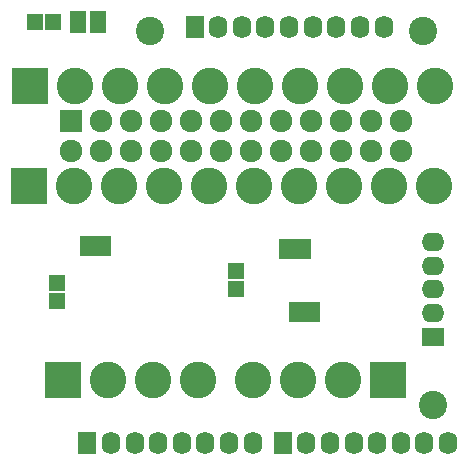
<source format=gts>
%TF.GenerationSoftware,KiCad,Pcbnew,no-vcs-found-f685cfa~60~ubuntu16.04.1*%
%TF.CreationDate,2017-10-11T22:15:00+02:00*%
%TF.ProjectId,usb_alien,7573625F616C69656E2E6B696361645F,rev?*%
%TF.SameCoordinates,Original*%
%TF.FileFunction,Soldermask,Top*%
%TF.FilePolarity,Negative*%
%FSLAX46Y46*%
G04 Gerber Fmt 4.6, Leading zero omitted, Abs format (unit mm)*
G04 Created by KiCad (PCBNEW no-vcs-found-f685cfa~60~ubuntu16.04.1) date Wed Oct 11 22:15:00 2017*
%MOMM*%
%LPD*%
G01*
G04 APERTURE LIST*
%ADD10C,3.100000*%
%ADD11R,3.100000X3.100000*%
%ADD12R,1.370000X1.670000*%
%ADD13R,1.466800X1.314400*%
%ADD14R,1.924000X1.924000*%
%ADD15C,1.924000*%
%ADD16R,1.466800X1.974800*%
%ADD17O,1.600000X1.924000*%
%ADD18R,1.600000X1.924000*%
%ADD19O,1.924000X1.600000*%
%ADD20R,1.924000X1.600000*%
%ADD21C,2.400000*%
%ADD22R,1.314400X1.466800*%
G04 APERTURE END LIST*
D10*
%TO.C,P2*%
X145567400Y-102831900D03*
X149377400Y-102831900D03*
X153187400Y-102831900D03*
D11*
X156997400Y-102831900D03*
%TD*%
D12*
%TO.C,J5*%
X131605100Y-91554300D03*
X132885100Y-91554300D03*
%TD*%
%TO.C,J4*%
X149308900Y-97091500D03*
X150588900Y-97091500D03*
%TD*%
%TO.C,J3*%
X148496100Y-91795600D03*
X149776100Y-91795600D03*
%TD*%
D13*
%TO.C,C2*%
X128993900Y-94640400D03*
X128993900Y-96164400D03*
%TD*%
%TO.C,C1*%
X144106900Y-95135700D03*
X144106900Y-93611700D03*
%TD*%
D11*
%TO.C,P1*%
X129476500Y-102831900D03*
D10*
X133286500Y-102831900D03*
X137096500Y-102831900D03*
X140906500Y-102831900D03*
%TD*%
D14*
%TO.C,J2*%
X130162300Y-80937100D03*
D15*
X130162300Y-83477100D03*
X132702300Y-80937100D03*
X132702300Y-83477100D03*
X135242300Y-80937100D03*
X135242300Y-83477100D03*
X137782300Y-80937100D03*
X137782300Y-83477100D03*
X140322300Y-80937100D03*
X140322300Y-83477100D03*
X142862300Y-80937100D03*
X142862300Y-83477100D03*
X145402300Y-80937100D03*
X145402300Y-83477100D03*
X147942300Y-80937100D03*
X147942300Y-83477100D03*
X150482300Y-80937100D03*
X150482300Y-83477100D03*
X153022300Y-80937100D03*
X153022300Y-83477100D03*
X155562300Y-80937100D03*
X155562300Y-83477100D03*
X158102300Y-80937100D03*
X158102300Y-83477100D03*
%TD*%
D10*
%TO.C,P4*%
X160947100Y-86410800D03*
X157137100Y-86410800D03*
X153327100Y-86410800D03*
X149517100Y-86410800D03*
X145707100Y-86410800D03*
X141897100Y-86410800D03*
X138087100Y-86410800D03*
X134277100Y-86410800D03*
X130467100Y-86410800D03*
D11*
X126657100Y-86410800D03*
%TD*%
%TO.C,P3*%
X126707900Y-78003400D03*
D10*
X130517900Y-78003400D03*
X134327900Y-78003400D03*
X138137900Y-78003400D03*
X141947900Y-78003400D03*
X145757900Y-78003400D03*
X149567900Y-78003400D03*
X153377900Y-78003400D03*
X157187900Y-78003400D03*
X160997900Y-78003400D03*
%TD*%
D16*
%TO.C,D1*%
X130771900Y-72593200D03*
X132499100Y-72593200D03*
%TD*%
D17*
%TO.C,J1*%
X162098300Y-108168000D03*
X160098300Y-108168000D03*
X158098300Y-108168000D03*
X156098300Y-108168000D03*
X154098300Y-108168000D03*
X152098300Y-108168000D03*
X150098300Y-108168000D03*
D18*
X148098300Y-108168000D03*
D17*
X145558300Y-108168000D03*
X143558300Y-108168000D03*
X141558300Y-108168000D03*
X139558300Y-108168000D03*
X135558300Y-108168000D03*
X133558300Y-108168000D03*
X137558300Y-108168000D03*
D18*
X131558300Y-108168000D03*
D17*
X156638300Y-72958000D03*
X154638300Y-72958000D03*
X152638300Y-72958000D03*
X150638300Y-72958000D03*
X144638300Y-72958000D03*
X148638300Y-72958000D03*
X146638300Y-72958000D03*
X142638300Y-72958000D03*
D18*
X140638300Y-72958000D03*
D19*
X160798300Y-91208000D03*
X160798300Y-93208000D03*
X160798300Y-95208000D03*
D20*
X160798300Y-99208000D03*
D19*
X160798300Y-97208000D03*
D21*
X160808300Y-104948000D03*
X159938300Y-73308000D03*
X136858300Y-73308000D03*
%TD*%
D22*
%TO.C,R1*%
X127139700Y-72580500D03*
X128663700Y-72580500D03*
%TD*%
M02*

</source>
